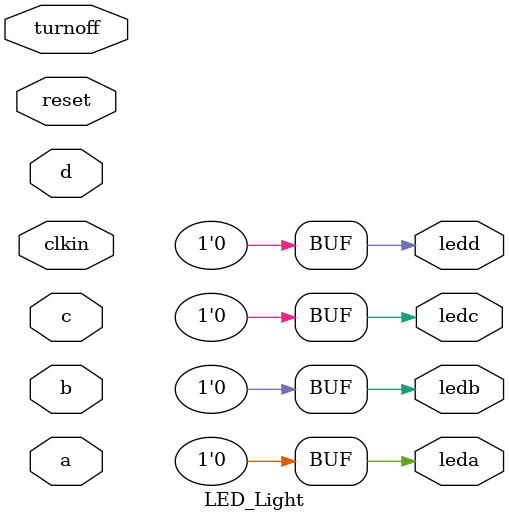
<source format=v>
module LED_Light(
    input a, b, c, d,
    input turnoff,
    input reset, clkin,
    output reg leda, ledb, ledc, ledd
    );
    
    reg leda = 0, ledb = 0, ledc = 0, ledd = 0;
    wire outa, outb, outc, outd;
    
                        
                        
/*
    reg clkout = 0;
    reg [28:0] count = 0;               
    always@(posedge clkin)
    begin
                                              //for 10ms, count = 499_999
        if(count==28'd39_999_999)             //for 800ms, count = 39_999_999
        begin
            clkout<=~clkout;
            count<=0;
        end
        
        else
            count<=count+1;
    end
    
always@(posedge clkout)
begin
  
end
*/
endmodule
</source>
